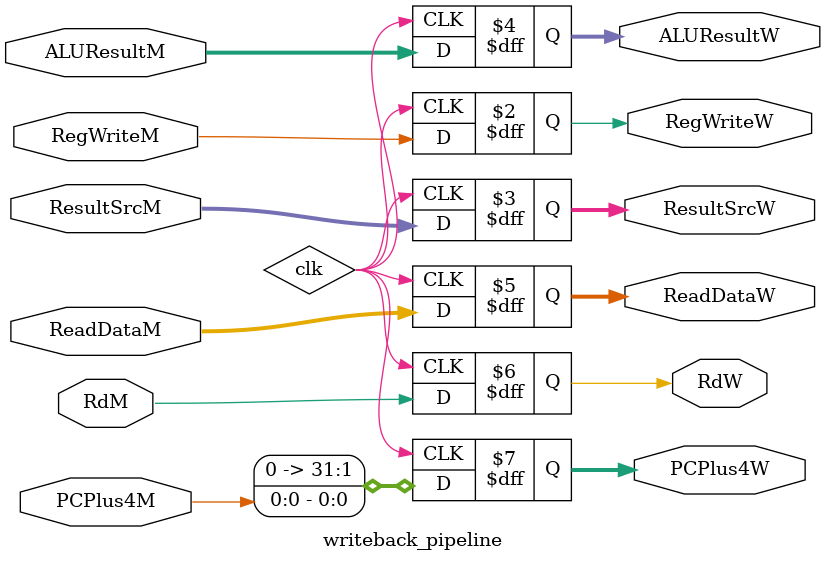
<source format=sv>
module writeback_pipeline#(
    parameter DATA_WIDTH = 32
)(
    input logic RegWriteM,
    input logic [1:0] ResultSrcM,
    input logic [DATA_WIDTH-1:0] ALUResultM,
    input logic [DATA_WIDTH-1:0] ReadDataM,
    input logic RdM,
    input logic PCPlus4M,

    output logic RegWriteW,
    output logic [1:0] ResultSrcW,
    output logic [DATA_WIDTH-1:0] ALUResultW,
    output logic [DATA_WIDTH-1:0] ReadDataW,
    output logic RdW,
    output logic [DATA_WIDTH-1:0] PCPlus4W
);

    always_ff @(posedge clk)begin
        ALUResultW <= ALUResultM;
        ReadDataW <= ReadDataM;
        RdW <= RdM;
        PCPlus4W <= PCPlus4M;
        RegWriteW <= RegWriteM;
        ResultSrcW <= ResultSrcM;
    end

endmodule
</source>
